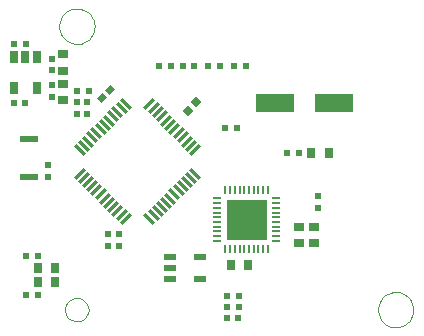
<source format=gtp>
G04*
G04 #@! TF.GenerationSoftware,Altium Limited,Altium Designer,22.10.1 (41)*
G04*
G04 Layer_Color=8421504*
%FSLAX25Y25*%
%MOIN*%
G70*
G04*
G04 #@! TF.SameCoordinates,423579F9-A912-4673-8900-DDE07351D98F*
G04*
G04*
G04 #@! TF.FilePolarity,Positive*
G04*
G01*
G75*
%ADD13C,0.00394*%
%ADD17R,0.13800X0.13800*%
%ADD18R,0.02981X0.00803*%
%ADD19R,0.00803X0.02981*%
%ADD20R,0.02362X0.02362*%
%ADD21R,0.04331X0.02362*%
%ADD22R,0.02362X0.01968*%
%ADD23R,0.03150X0.03543*%
G04:AMPARAMS|DCode=24|XSize=11.81mil|YSize=46mil|CornerRadius=0mil|HoleSize=0mil|Usage=FLASHONLY|Rotation=225.000|XOffset=0mil|YOffset=0mil|HoleType=Round|Shape=Rectangle|*
%AMROTATEDRECTD24*
4,1,4,-0.01209,0.02044,0.02044,-0.01209,0.01209,-0.02044,-0.02044,0.01209,-0.01209,0.02044,0.0*
%
%ADD24ROTATEDRECTD24*%

G04:AMPARAMS|DCode=25|XSize=11.81mil|YSize=46mil|CornerRadius=0mil|HoleSize=0mil|Usage=FLASHONLY|Rotation=135.000|XOffset=0mil|YOffset=0mil|HoleType=Round|Shape=Rectangle|*
%AMROTATEDRECTD25*
4,1,4,0.02044,0.01209,-0.01209,-0.02044,-0.02044,-0.01209,0.01209,0.02044,0.02044,0.01209,0.0*
%
%ADD25ROTATEDRECTD25*%

%ADD26R,0.03543X0.03150*%
%ADD27R,0.01968X0.02362*%
%ADD28R,0.12598X0.06299*%
%ADD29R,0.05906X0.02165*%
%ADD30R,0.02362X0.02362*%
%ADD31P,0.03341X4X180.0*%
G04:AMPARAMS|DCode=32|XSize=19.68mil|YSize=23.62mil|CornerRadius=0mil|HoleSize=0mil|Usage=FLASHONLY|Rotation=315.000|XOffset=0mil|YOffset=0mil|HoleType=Round|Shape=Rectangle|*
%AMROTATEDRECTD32*
4,1,4,-0.01531,-0.00139,0.00139,0.01531,0.01531,0.00139,-0.00139,-0.01531,-0.01531,-0.00139,0.0*
%
%ADD32ROTATEDRECTD32*%

%ADD33R,0.02559X0.03937*%
D13*
X29528Y8858D02*
X29404Y9837D01*
X29041Y10755D01*
X28460Y11553D01*
X27700Y12182D01*
X26807Y12603D01*
X25838Y12788D01*
X24853Y12725D01*
X23914Y12421D01*
X23081Y11892D01*
X22405Y11172D01*
X21930Y10308D01*
X21685Y9352D01*
Y8365D01*
X21930Y7409D01*
X22405Y6544D01*
X23081Y5825D01*
X23914Y5296D01*
X24853Y4991D01*
X25838Y4929D01*
X26807Y5114D01*
X27700Y5534D01*
X28460Y6163D01*
X29041Y6962D01*
X29404Y7879D01*
X29528Y8858D01*
X137795Y8858D02*
X137710Y9856D01*
X137458Y10826D01*
X137045Y11738D01*
X136485Y12568D01*
X135791Y13291D01*
X134986Y13887D01*
X134092Y14338D01*
X133134Y14631D01*
X132140Y14759D01*
X131140Y14716D01*
X130160Y14505D01*
X129231Y14131D01*
X128378Y13606D01*
X127626Y12945D01*
X126997Y12165D01*
X126508Y11291D01*
X126175Y10346D01*
X126005Y9359D01*
Y8357D01*
X126175Y7370D01*
X126508Y6426D01*
X126997Y5551D01*
X127626Y4772D01*
X128378Y4110D01*
X129231Y3585D01*
X130160Y3212D01*
X131140Y3001D01*
X132140Y2958D01*
X133134Y3085D01*
X134092Y3379D01*
X134986Y3830D01*
X135791Y4425D01*
X136485Y5148D01*
X137045Y5978D01*
X137458Y6891D01*
X137710Y7860D01*
X137795Y8858D01*
X31496Y103347D02*
X31411Y104344D01*
X31159Y105314D01*
X30746Y106227D01*
X30185Y107056D01*
X29492Y107780D01*
X28687Y108375D01*
X27793Y108826D01*
X26835Y109119D01*
X25841Y109247D01*
X24840Y109204D01*
X23861Y108993D01*
X22932Y108620D01*
X22079Y108095D01*
X21327Y107433D01*
X20698Y106653D01*
X20209Y105779D01*
X19876Y104834D01*
X19706Y103847D01*
Y102846D01*
X19876Y101858D01*
X20209Y100914D01*
X20698Y100040D01*
X21327Y99260D01*
X22079Y98598D01*
X22932Y98073D01*
X23861Y97700D01*
X24840Y97489D01*
X25841Y97446D01*
X26835Y97574D01*
X27793Y97867D01*
X28687Y98318D01*
X29492Y98913D01*
X30185Y99637D01*
X30746Y100466D01*
X31159Y101379D01*
X31411Y102348D01*
X31496Y103347D01*
D17*
X82205Y38874D02*
D03*
D18*
X91945Y45961D02*
D03*
Y44386D02*
D03*
Y42811D02*
D03*
Y41237D02*
D03*
Y39662D02*
D03*
Y38087D02*
D03*
Y36512D02*
D03*
Y34937D02*
D03*
Y33363D02*
D03*
Y31788D02*
D03*
X72464D02*
D03*
Y33363D02*
D03*
Y34937D02*
D03*
Y36512D02*
D03*
Y38087D02*
D03*
Y39662D02*
D03*
Y41237D02*
D03*
Y42811D02*
D03*
Y44386D02*
D03*
Y45961D02*
D03*
D19*
X89291Y29134D02*
D03*
X87717D02*
D03*
X86142D02*
D03*
X84567D02*
D03*
X82992D02*
D03*
X81417D02*
D03*
X79843D02*
D03*
X78268D02*
D03*
X76693D02*
D03*
X75118D02*
D03*
Y48615D02*
D03*
X76693D02*
D03*
X78268D02*
D03*
X79843D02*
D03*
X81417D02*
D03*
X82992D02*
D03*
X84567D02*
D03*
X86142D02*
D03*
X87717D02*
D03*
X89291D02*
D03*
D20*
X52992Y90079D02*
D03*
X56929D02*
D03*
X78110D02*
D03*
X82047D02*
D03*
X73347D02*
D03*
X69409D02*
D03*
X64803D02*
D03*
X60866D02*
D03*
X4646Y97474D02*
D03*
X8583D02*
D03*
X12520Y13780D02*
D03*
X8583D02*
D03*
X12520Y26890D02*
D03*
X8583D02*
D03*
X99646Y61024D02*
D03*
X95709D02*
D03*
D21*
X66732Y19055D02*
D03*
Y26535D02*
D03*
X56496Y19055D02*
D03*
Y22795D02*
D03*
Y26535D02*
D03*
D22*
X78863Y69522D02*
D03*
X74926D02*
D03*
X25709Y81653D02*
D03*
X29646D02*
D03*
X75512Y6102D02*
D03*
X79449D02*
D03*
X4528Y77913D02*
D03*
X8465D02*
D03*
D23*
X82559Y23661D02*
D03*
X77047D02*
D03*
X12559Y17992D02*
D03*
X18465D02*
D03*
Y22716D02*
D03*
X12559D02*
D03*
X103661Y61024D02*
D03*
X109567D02*
D03*
D24*
X41877Y77436D02*
D03*
X40485Y76044D02*
D03*
X39093Y74652D02*
D03*
X37701Y73260D02*
D03*
X36309Y71868D02*
D03*
X34917Y70477D02*
D03*
X33525Y69085D02*
D03*
X32133Y67693D02*
D03*
X30741Y66301D02*
D03*
X29349Y64909D02*
D03*
X27957Y63517D02*
D03*
X26566Y62125D02*
D03*
X49759Y38932D02*
D03*
X51151Y40324D02*
D03*
X52543Y41716D02*
D03*
X53934Y43108D02*
D03*
X55326Y44500D02*
D03*
X56718Y45891D02*
D03*
X58110Y47284D02*
D03*
X59502Y48675D02*
D03*
X60894Y50067D02*
D03*
X62286Y51459D02*
D03*
X63678Y52851D02*
D03*
X65070Y54243D02*
D03*
D25*
X26566D02*
D03*
X27957Y52851D02*
D03*
X29349Y51459D02*
D03*
X30741Y50067D02*
D03*
X32133Y48675D02*
D03*
X33525Y47284D02*
D03*
X34917Y45891D02*
D03*
X36309Y44500D02*
D03*
X37701Y43108D02*
D03*
X39093Y41716D02*
D03*
X40485Y40324D02*
D03*
X41877Y38932D02*
D03*
X65070Y62125D02*
D03*
X63678Y63517D02*
D03*
X62286Y64909D02*
D03*
X60894Y66301D02*
D03*
X59502Y67693D02*
D03*
X58110Y69085D02*
D03*
X56718Y70477D02*
D03*
X55326Y71868D02*
D03*
X53934Y73260D02*
D03*
X52543Y74652D02*
D03*
X51151Y76044D02*
D03*
X49759Y77436D02*
D03*
D26*
X21142Y88504D02*
D03*
Y94016D02*
D03*
X104685Y30984D02*
D03*
Y36496D02*
D03*
X99764Y30984D02*
D03*
Y36496D02*
D03*
X21142Y78622D02*
D03*
Y84134D02*
D03*
D27*
X105866Y42874D02*
D03*
Y46811D02*
D03*
X15905Y53031D02*
D03*
Y56968D02*
D03*
X25709Y74094D02*
D03*
Y78031D02*
D03*
X79527Y9606D02*
D03*
Y13543D02*
D03*
X17165Y88622D02*
D03*
Y92559D02*
D03*
X28976Y77992D02*
D03*
Y74055D02*
D03*
X17165Y79803D02*
D03*
Y83740D02*
D03*
D28*
X111181Y77716D02*
D03*
X91496D02*
D03*
D29*
X9488Y52992D02*
D03*
Y65787D02*
D03*
D30*
X36102Y33937D02*
D03*
Y30000D02*
D03*
X39646D02*
D03*
Y33937D02*
D03*
X75630Y9606D02*
D03*
Y13543D02*
D03*
D31*
X65290Y77967D02*
D03*
X62506Y75183D02*
D03*
D32*
X33923Y79396D02*
D03*
X36707Y82179D02*
D03*
D33*
X12165Y82795D02*
D03*
X4685D02*
D03*
X4685Y93032D02*
D03*
X12165D02*
D03*
X8425D02*
D03*
M02*

</source>
